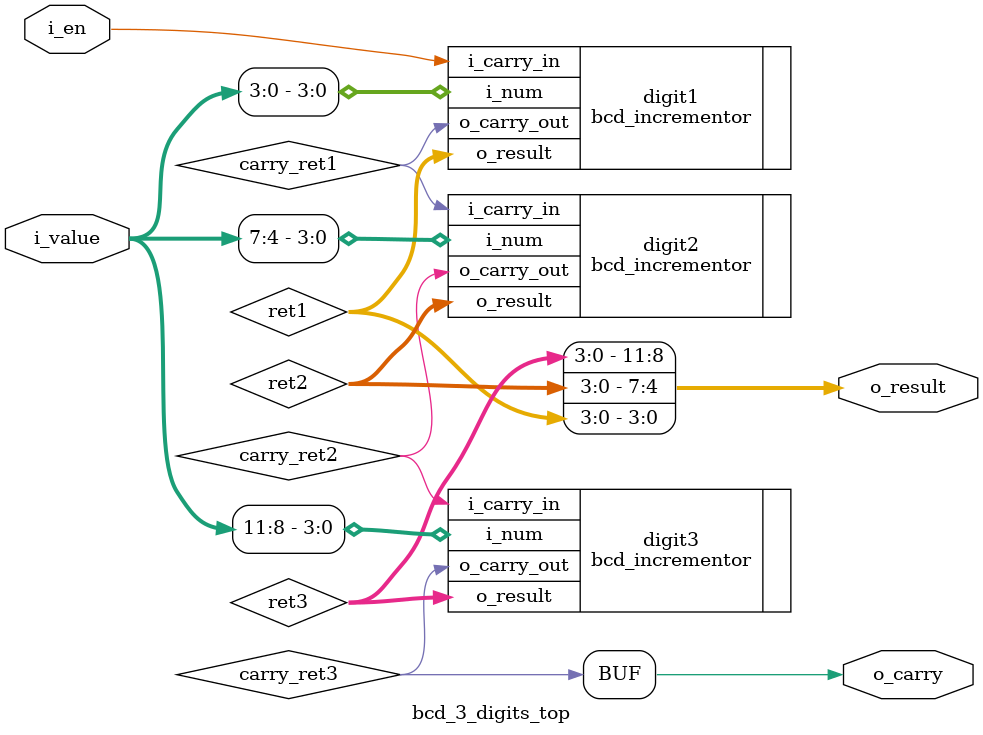
<source format=v>
`timescale 1ns / 1ps

module bcd_3_digits_top (
    input wire [11:0] i_value,
    input wire i_en,
    output reg [11:0] o_result,
    output reg o_carry
);
    wire [3:0] ret1, ret2, ret3;
    wire carry_ret1, carry_ret2, carry_ret3;

    bcd_incrementor digit1(.i_num(i_value[3:0]), .i_carry_in(i_en), .o_result(ret1), .o_carry_out(carry_ret1));
    bcd_incrementor digit2(.i_num(i_value[7:4]), .i_carry_in(carry_ret1), .o_result(ret2), .o_carry_out(carry_ret2));
    bcd_incrementor digit3(.i_num(i_value[11:8]), .i_carry_in(carry_ret2), .o_result(ret3), .o_carry_out(carry_ret3));
   
    always @*
    begin
        o_result = {ret3, ret2, ret1};
        o_carry = carry_ret3;
    end

endmodule

</source>
